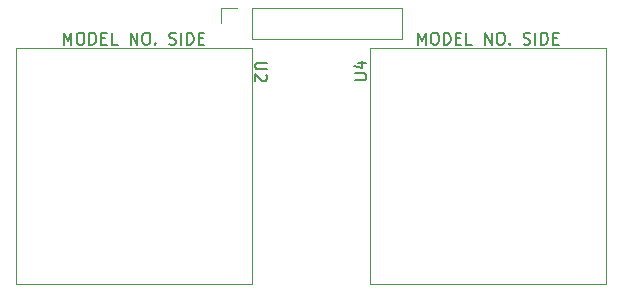
<source format=gbr>
%TF.GenerationSoftware,KiCad,Pcbnew,(6.0.9)*%
%TF.CreationDate,2023-04-12T13:33:38+10:00*%
%TF.ProjectId,VisorPlate2.0,5669736f-7250-46c6-9174-65322e302e6b,rev?*%
%TF.SameCoordinates,Original*%
%TF.FileFunction,Legend,Top*%
%TF.FilePolarity,Positive*%
%FSLAX46Y46*%
G04 Gerber Fmt 4.6, Leading zero omitted, Abs format (unit mm)*
G04 Created by KiCad (PCBNEW (6.0.9)) date 2023-04-12 13:33:38*
%MOMM*%
%LPD*%
G01*
G04 APERTURE LIST*
%ADD10C,0.150000*%
%ADD11C,0.120000*%
G04 APERTURE END LIST*
D10*
%TO.C,U2*%
X126257619Y-61298095D02*
X125448095Y-61298095D01*
X125352857Y-61345714D01*
X125305238Y-61393333D01*
X125257619Y-61488571D01*
X125257619Y-61679047D01*
X125305238Y-61774285D01*
X125352857Y-61821904D01*
X125448095Y-61869523D01*
X126257619Y-61869523D01*
X126162380Y-62298095D02*
X126210000Y-62345714D01*
X126257619Y-62440952D01*
X126257619Y-62679047D01*
X126210000Y-62774285D01*
X126162380Y-62821904D01*
X126067142Y-62869523D01*
X125971904Y-62869523D01*
X125829047Y-62821904D01*
X125257619Y-62250476D01*
X125257619Y-62869523D01*
X109031428Y-59762380D02*
X109031428Y-58762380D01*
X109364761Y-59476666D01*
X109698095Y-58762380D01*
X109698095Y-59762380D01*
X110364761Y-58762380D02*
X110555238Y-58762380D01*
X110650476Y-58810000D01*
X110745714Y-58905238D01*
X110793333Y-59095714D01*
X110793333Y-59429047D01*
X110745714Y-59619523D01*
X110650476Y-59714761D01*
X110555238Y-59762380D01*
X110364761Y-59762380D01*
X110269523Y-59714761D01*
X110174285Y-59619523D01*
X110126666Y-59429047D01*
X110126666Y-59095714D01*
X110174285Y-58905238D01*
X110269523Y-58810000D01*
X110364761Y-58762380D01*
X111221904Y-59762380D02*
X111221904Y-58762380D01*
X111460000Y-58762380D01*
X111602857Y-58810000D01*
X111698095Y-58905238D01*
X111745714Y-59000476D01*
X111793333Y-59190952D01*
X111793333Y-59333809D01*
X111745714Y-59524285D01*
X111698095Y-59619523D01*
X111602857Y-59714761D01*
X111460000Y-59762380D01*
X111221904Y-59762380D01*
X112221904Y-59238571D02*
X112555238Y-59238571D01*
X112698095Y-59762380D02*
X112221904Y-59762380D01*
X112221904Y-58762380D01*
X112698095Y-58762380D01*
X113602857Y-59762380D02*
X113126666Y-59762380D01*
X113126666Y-58762380D01*
X114698095Y-59762380D02*
X114698095Y-58762380D01*
X115269523Y-59762380D01*
X115269523Y-58762380D01*
X115936190Y-58762380D02*
X116126666Y-58762380D01*
X116221904Y-58810000D01*
X116317142Y-58905238D01*
X116364761Y-59095714D01*
X116364761Y-59429047D01*
X116317142Y-59619523D01*
X116221904Y-59714761D01*
X116126666Y-59762380D01*
X115936190Y-59762380D01*
X115840952Y-59714761D01*
X115745714Y-59619523D01*
X115698095Y-59429047D01*
X115698095Y-59095714D01*
X115745714Y-58905238D01*
X115840952Y-58810000D01*
X115936190Y-58762380D01*
X116793333Y-59667142D02*
X116840952Y-59714761D01*
X116793333Y-59762380D01*
X116745714Y-59714761D01*
X116793333Y-59667142D01*
X116793333Y-59762380D01*
X117983809Y-59714761D02*
X118126666Y-59762380D01*
X118364761Y-59762380D01*
X118460000Y-59714761D01*
X118507619Y-59667142D01*
X118555238Y-59571904D01*
X118555238Y-59476666D01*
X118507619Y-59381428D01*
X118460000Y-59333809D01*
X118364761Y-59286190D01*
X118174285Y-59238571D01*
X118079047Y-59190952D01*
X118031428Y-59143333D01*
X117983809Y-59048095D01*
X117983809Y-58952857D01*
X118031428Y-58857619D01*
X118079047Y-58810000D01*
X118174285Y-58762380D01*
X118412380Y-58762380D01*
X118555238Y-58810000D01*
X118983809Y-59762380D02*
X118983809Y-58762380D01*
X119460000Y-59762380D02*
X119460000Y-58762380D01*
X119698095Y-58762380D01*
X119840952Y-58810000D01*
X119936190Y-58905238D01*
X119983809Y-59000476D01*
X120031428Y-59190952D01*
X120031428Y-59333809D01*
X119983809Y-59524285D01*
X119936190Y-59619523D01*
X119840952Y-59714761D01*
X119698095Y-59762380D01*
X119460000Y-59762380D01*
X120460000Y-59238571D02*
X120793333Y-59238571D01*
X120936190Y-59762380D02*
X120460000Y-59762380D01*
X120460000Y-58762380D01*
X120936190Y-58762380D01*
%TO.C,U4*%
X133662380Y-62771904D02*
X134471904Y-62771904D01*
X134567142Y-62724285D01*
X134614761Y-62676666D01*
X134662380Y-62581428D01*
X134662380Y-62390952D01*
X134614761Y-62295714D01*
X134567142Y-62248095D01*
X134471904Y-62200476D01*
X133662380Y-62200476D01*
X133995714Y-61295714D02*
X134662380Y-61295714D01*
X133614761Y-61533809D02*
X134329047Y-61771904D01*
X134329047Y-61152857D01*
X139031428Y-59762380D02*
X139031428Y-58762380D01*
X139364761Y-59476666D01*
X139698095Y-58762380D01*
X139698095Y-59762380D01*
X140364761Y-58762380D02*
X140555238Y-58762380D01*
X140650476Y-58810000D01*
X140745714Y-58905238D01*
X140793333Y-59095714D01*
X140793333Y-59429047D01*
X140745714Y-59619523D01*
X140650476Y-59714761D01*
X140555238Y-59762380D01*
X140364761Y-59762380D01*
X140269523Y-59714761D01*
X140174285Y-59619523D01*
X140126666Y-59429047D01*
X140126666Y-59095714D01*
X140174285Y-58905238D01*
X140269523Y-58810000D01*
X140364761Y-58762380D01*
X141221904Y-59762380D02*
X141221904Y-58762380D01*
X141460000Y-58762380D01*
X141602857Y-58810000D01*
X141698095Y-58905238D01*
X141745714Y-59000476D01*
X141793333Y-59190952D01*
X141793333Y-59333809D01*
X141745714Y-59524285D01*
X141698095Y-59619523D01*
X141602857Y-59714761D01*
X141460000Y-59762380D01*
X141221904Y-59762380D01*
X142221904Y-59238571D02*
X142555238Y-59238571D01*
X142698095Y-59762380D02*
X142221904Y-59762380D01*
X142221904Y-58762380D01*
X142698095Y-58762380D01*
X143602857Y-59762380D02*
X143126666Y-59762380D01*
X143126666Y-58762380D01*
X144698095Y-59762380D02*
X144698095Y-58762380D01*
X145269523Y-59762380D01*
X145269523Y-58762380D01*
X145936190Y-58762380D02*
X146126666Y-58762380D01*
X146221904Y-58810000D01*
X146317142Y-58905238D01*
X146364761Y-59095714D01*
X146364761Y-59429047D01*
X146317142Y-59619523D01*
X146221904Y-59714761D01*
X146126666Y-59762380D01*
X145936190Y-59762380D01*
X145840952Y-59714761D01*
X145745714Y-59619523D01*
X145698095Y-59429047D01*
X145698095Y-59095714D01*
X145745714Y-58905238D01*
X145840952Y-58810000D01*
X145936190Y-58762380D01*
X146793333Y-59667142D02*
X146840952Y-59714761D01*
X146793333Y-59762380D01*
X146745714Y-59714761D01*
X146793333Y-59667142D01*
X146793333Y-59762380D01*
X147983809Y-59714761D02*
X148126666Y-59762380D01*
X148364761Y-59762380D01*
X148460000Y-59714761D01*
X148507619Y-59667142D01*
X148555238Y-59571904D01*
X148555238Y-59476666D01*
X148507619Y-59381428D01*
X148460000Y-59333809D01*
X148364761Y-59286190D01*
X148174285Y-59238571D01*
X148079047Y-59190952D01*
X148031428Y-59143333D01*
X147983809Y-59048095D01*
X147983809Y-58952857D01*
X148031428Y-58857619D01*
X148079047Y-58810000D01*
X148174285Y-58762380D01*
X148412380Y-58762380D01*
X148555238Y-58810000D01*
X148983809Y-59762380D02*
X148983809Y-58762380D01*
X149460000Y-59762380D02*
X149460000Y-58762380D01*
X149698095Y-58762380D01*
X149840952Y-58810000D01*
X149936190Y-58905238D01*
X149983809Y-59000476D01*
X150031428Y-59190952D01*
X150031428Y-59333809D01*
X149983809Y-59524285D01*
X149936190Y-59619523D01*
X149840952Y-59714761D01*
X149698095Y-59762380D01*
X149460000Y-59762380D01*
X150460000Y-59238571D02*
X150793333Y-59238571D01*
X150936190Y-59762380D02*
X150460000Y-59762380D01*
X150460000Y-58762380D01*
X150936190Y-58762380D01*
D11*
%TO.C,U2*%
X124960000Y-60060000D02*
X104960000Y-60060000D01*
X104960000Y-60060000D02*
X104960000Y-80060000D01*
X104960000Y-80060000D02*
X124960000Y-80060000D01*
X124960000Y-80060000D02*
X124960000Y-60060000D01*
%TO.C,U4*%
X154960000Y-60060000D02*
X134960000Y-60060000D01*
X134960000Y-60060000D02*
X134960000Y-80060000D01*
X134960000Y-80060000D02*
X154960000Y-80060000D01*
X154960000Y-80060000D02*
X154960000Y-60060000D01*
%TO.C,J1*%
X122345000Y-57975000D02*
X122345000Y-56645000D01*
X122345000Y-56645000D02*
X123675000Y-56645000D01*
X124945000Y-59305000D02*
X137705000Y-59305000D01*
X137705000Y-59305000D02*
X137705000Y-56645000D01*
X124945000Y-59305000D02*
X124945000Y-56645000D01*
X124945000Y-56645000D02*
X137705000Y-56645000D01*
%TD*%
M02*

</source>
